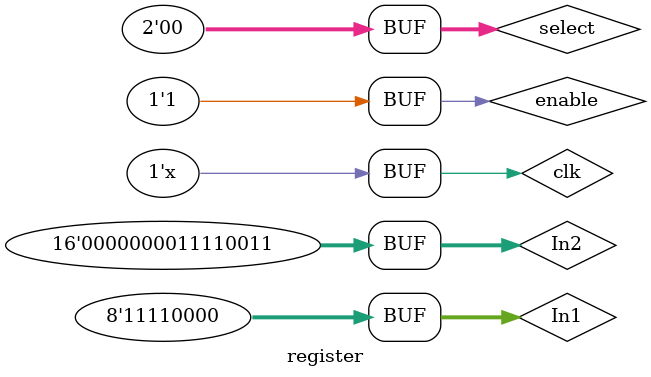
<source format=v>
`timescale 1ns / 1ps


module register();
    wire [7:0] In1;
    wire [15:0] In2;
    wire [7:0] Out1;
    wire [15:0] Out2;
    reg [1:0] select;
    reg enable = 1;
    reg clk = 0;

    assign In1 = 8'b11110000;
    assign In2 = 16'b0000000011110011;

    IR_16 second(clk, enable, In2, select, Out2);
    IR_8 first(clk, enable, In1, select, Out1);
    
    initial begin
        select = 2'b00; #100;
        select = 2'b01; #200;
        select = 2'b10; #200;
        select = 2'b11; #200;
        select = 2'b00; #100;
    end
    
    always begin
        clk = ~clk; #100;
    end
         
endmodule

</source>
